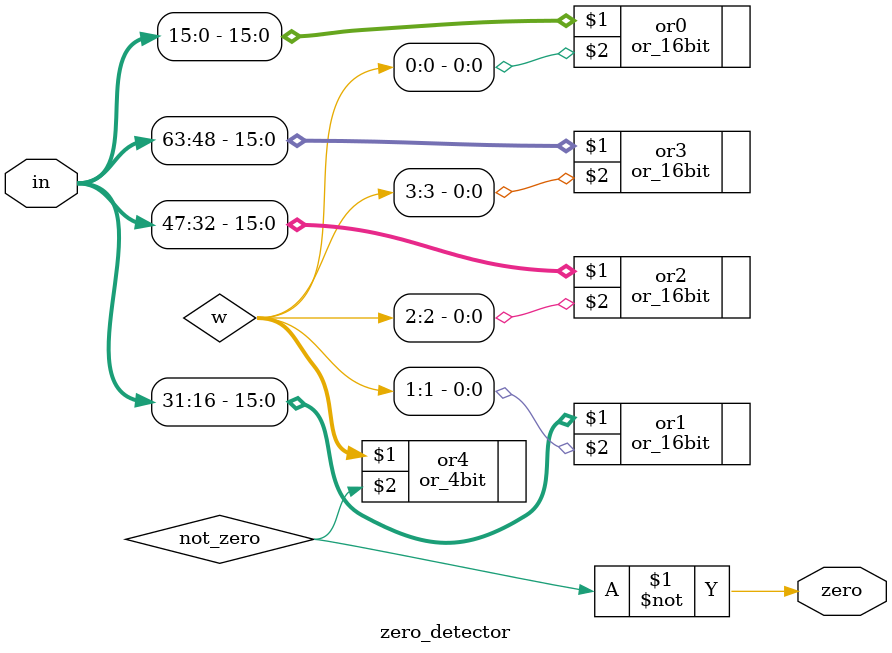
<source format=sv>
`timescale 10ps/1fs
module zero_detector(in, zero);
	input logic [63:0] in;
	output logic zero;
	
	wire [3:0] w;
	wire not_zero;
	
	or_16bit or0 (in[15:0], w[0]);
	or_16bit or1 (in[31:16], w[1]);
	or_16bit or2 (in[47:32], w[2]);
	or_16bit or3 (in[63:48], w[3]);
	or_4bit or4 (w[3:0], not_zero);
	
	not #5 (zero, not_zero);
	
endmodule

</source>
